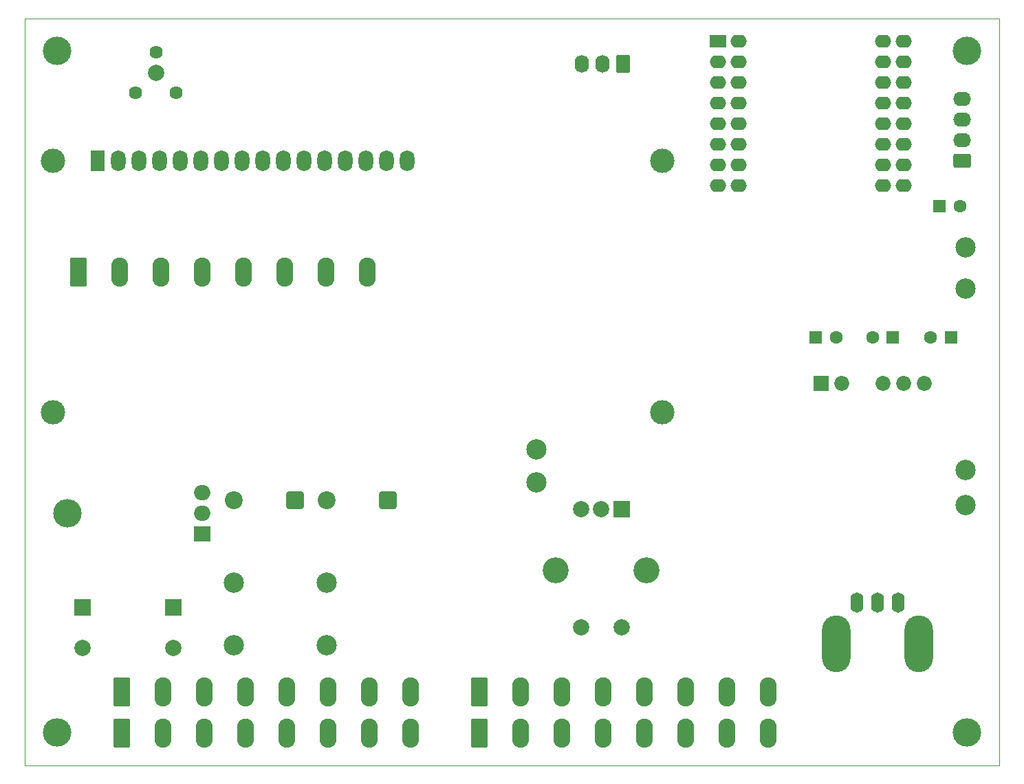
<source format=gbr>
%TF.GenerationSoftware,KiCad,Pcbnew,7.0.7*%
%TF.CreationDate,2025-07-01T12:31:18-10:00*%
%TF.ProjectId,Controller,436f6e74-726f-46c6-9c65-722e6b696361,New*%
%TF.SameCoordinates,Original*%
%TF.FileFunction,Soldermask,Top*%
%TF.FilePolarity,Negative*%
%FSLAX46Y46*%
G04 Gerber Fmt 4.6, Leading zero omitted, Abs format (unit mm)*
G04 Created by KiCad (PCBNEW 7.0.7) date 2025-07-01 12:31:18*
%MOMM*%
%LPD*%
G01*
G04 APERTURE LIST*
G04 Aperture macros list*
%AMRoundRect*
0 Rectangle with rounded corners*
0 $1 Rounding radius*
0 $2 $3 $4 $5 $6 $7 $8 $9 X,Y pos of 4 corners*
0 Add a 4 corners polygon primitive as box body*
4,1,4,$2,$3,$4,$5,$6,$7,$8,$9,$2,$3,0*
0 Add four circle primitives for the rounded corners*
1,1,$1+$1,$2,$3*
1,1,$1+$1,$4,$5*
1,1,$1+$1,$6,$7*
1,1,$1+$1,$8,$9*
0 Add four rect primitives between the rounded corners*
20,1,$1+$1,$2,$3,$4,$5,0*
20,1,$1+$1,$4,$5,$6,$7,0*
20,1,$1+$1,$6,$7,$8,$9,0*
20,1,$1+$1,$8,$9,$2,$3,0*%
G04 Aperture macros list end*
%ADD10C,2.500000*%
%ADD11RoundRect,0.341000X-0.759000X0.759000X-0.759000X-0.759000X0.759000X-0.759000X0.759000X0.759000X0*%
%ADD12C,2.200000*%
%ADD13C,3.500000*%
%ADD14O,3.500000X3.500000*%
%ADD15R,2.000000X1.905000*%
%ADD16O,2.000000X1.905000*%
%ADD17O,1.600000X2.500000*%
%ADD18O,3.500000X7.000000*%
%ADD19RoundRect,0.249997X-0.790003X-1.550003X0.790003X-1.550003X0.790003X1.550003X-0.790003X1.550003X0*%
%ADD20O,2.080000X3.600000*%
%ADD21C,3.000000*%
%ADD22R,1.800000X2.600000*%
%ADD23O,1.800000X2.600000*%
%ADD24R,1.600000X1.600000*%
%ADD25C,1.600000*%
%ADD26RoundRect,0.250000X0.620000X0.845000X-0.620000X0.845000X-0.620000X-0.845000X0.620000X-0.845000X0*%
%ADD27O,1.740000X2.190000*%
%ADD28RoundRect,0.250000X0.845000X-0.620000X0.845000X0.620000X-0.845000X0.620000X-0.845000X-0.620000X0*%
%ADD29O,2.190000X1.740000*%
%ADD30R,2.000000X2.000000*%
%ADD31C,2.000000*%
%ADD32R,1.850000X1.850000*%
%ADD33C,1.850000*%
%ADD34R,2.000000X1.600000*%
%ADD35O,2.000000X1.600000*%
%ADD36C,3.200000*%
%ADD37C,1.620000*%
%ADD38RoundRect,0.249999X-0.790001X-1.550001X0.790001X-1.550001X0.790001X1.550001X-0.790001X1.550001X0*%
%TA.AperFunction,Profile*%
%ADD39C,0.050000*%
%TD*%
G04 APERTURE END LIST*
D10*
%TO.C,TP4*%
X104648000Y-108712000D03*
%TD*%
%TO.C,TP1*%
X157480000Y-88900000D03*
%TD*%
%TO.C,TP3*%
X157480000Y-111252000D03*
%TD*%
%TO.C,TP5*%
X104648000Y-112776000D03*
%TD*%
%TO.C,TP0*%
X157480000Y-83820000D03*
%TD*%
D11*
%TO.C,K1*%
X74930000Y-114935000D03*
D10*
X67330000Y-125135000D03*
X67330000Y-132835000D03*
D12*
X67330000Y-114935000D03*
%TD*%
D11*
%TO.C,K2*%
X86360000Y-114935000D03*
D10*
X78760000Y-125135000D03*
X78760000Y-132835000D03*
D12*
X78760000Y-114935000D03*
%TD*%
D13*
%TO.C,H4*%
X45600000Y-143600000D03*
%TD*%
%TO.C,H3*%
X157600000Y-143600000D03*
%TD*%
%TO.C,H1*%
X45600000Y-59600000D03*
%TD*%
%TO.C,H2*%
X157600000Y-59600000D03*
%TD*%
D14*
%TO.C,U2*%
X46840000Y-116586000D03*
D15*
X63500000Y-119126000D03*
D16*
X63500000Y-116586000D03*
X63500000Y-114046000D03*
%TD*%
D17*
%TO.C,J3*%
X146600000Y-127600000D03*
D18*
X151680000Y-132680000D03*
D17*
X149140000Y-127600000D03*
X144060000Y-127600000D03*
D18*
X141520000Y-132680000D03*
%TD*%
D19*
%TO.C,J1*%
X53600000Y-138600000D03*
X53600000Y-143680000D03*
D20*
X58680000Y-138600000D03*
X58680000Y-143680000D03*
X63760000Y-138600000D03*
X63760000Y-143680000D03*
X68840000Y-138600000D03*
X68840000Y-143680000D03*
X73920000Y-138600000D03*
X73920000Y-143680000D03*
X79000000Y-138600000D03*
X79000000Y-143680000D03*
X84080000Y-138600000D03*
X84080000Y-143680000D03*
X89160000Y-138600000D03*
X89160000Y-143680000D03*
%TD*%
D19*
%TO.C,J2*%
X97600000Y-138600000D03*
X97600000Y-143680000D03*
D20*
X102680000Y-138600000D03*
X102680000Y-143680000D03*
X107760000Y-138600000D03*
X107760000Y-143680000D03*
X112840000Y-138600000D03*
X112840000Y-143680000D03*
X117920000Y-138600000D03*
X117920000Y-143680000D03*
X123000000Y-138600000D03*
X123000000Y-143680000D03*
X128080000Y-138600000D03*
X128080000Y-143680000D03*
X133160000Y-138600000D03*
X133160000Y-143680000D03*
%TD*%
D21*
%TO.C,DS1*%
X45100900Y-73100000D03*
X45100900Y-104100700D03*
X120099480Y-104100700D03*
X120100000Y-73100000D03*
D22*
X50600000Y-73100000D03*
D23*
X53140000Y-73100000D03*
X55680000Y-73100000D03*
X58220000Y-73100000D03*
X60760000Y-73100000D03*
X63300000Y-73100000D03*
X65840000Y-73100000D03*
X68380000Y-73100000D03*
X70920000Y-73100000D03*
X73460000Y-73100000D03*
X76000000Y-73100000D03*
X78540000Y-73100000D03*
X81080000Y-73100000D03*
X83620000Y-73100000D03*
X86160000Y-73100000D03*
X88700000Y-73100000D03*
%TD*%
D24*
%TO.C,C8*%
X155637113Y-94867000D03*
D25*
X153137113Y-94867000D03*
%TD*%
D26*
%TO.C,J6*%
X115316000Y-61194000D03*
D27*
X112776000Y-61194000D03*
X110236000Y-61194000D03*
%TD*%
D28*
%TO.C,J5*%
X156992000Y-73152000D03*
D29*
X156992000Y-70612000D03*
X156992000Y-68072000D03*
X156992000Y-65532000D03*
%TD*%
D30*
%TO.C,C2*%
X48768000Y-128188323D03*
D31*
X48768000Y-133188323D03*
%TD*%
D24*
%TO.C,C3*%
X154265621Y-78740000D03*
D25*
X156765621Y-78740000D03*
%TD*%
D32*
%TO.C,PS1*%
X139700000Y-100584000D03*
D33*
X142240000Y-100584000D03*
X147320000Y-100584000D03*
X149860000Y-100584000D03*
X152400000Y-100584000D03*
%TD*%
D24*
%TO.C,C7*%
X139025621Y-94867000D03*
D25*
X141525621Y-94867000D03*
%TD*%
D24*
%TO.C,C9*%
X148502380Y-94867000D03*
D25*
X146002380Y-94867000D03*
%TD*%
D30*
%TO.C,C1*%
X59944000Y-128188323D03*
D31*
X59944000Y-133188323D03*
%TD*%
D10*
%TO.C,TP2*%
X157480000Y-115570000D03*
%TD*%
D34*
%TO.C,U1*%
X127000000Y-58420000D03*
D35*
X127000000Y-60960000D03*
X127000000Y-63500000D03*
X127000000Y-66040000D03*
X127000000Y-68580000D03*
X127000000Y-71120000D03*
X127000000Y-73660000D03*
X127000000Y-76200000D03*
X149860000Y-76200000D03*
X149860000Y-73660000D03*
X149860000Y-71120000D03*
X149860000Y-68580000D03*
X149860000Y-66040000D03*
X149860000Y-63500000D03*
X149860000Y-60960000D03*
X149860000Y-58420000D03*
X129540000Y-58420000D03*
X129540000Y-60960000D03*
X129540000Y-63500000D03*
X129540000Y-66040000D03*
X129540000Y-68580000D03*
X129540000Y-71120000D03*
X129540000Y-73660000D03*
X129540000Y-76200000D03*
X147320000Y-76200000D03*
X147320000Y-73660000D03*
X147320000Y-71120000D03*
X147320000Y-68580000D03*
X147320000Y-66040000D03*
X147320000Y-63500000D03*
X147320000Y-60960000D03*
X147320000Y-58420000D03*
%TD*%
D30*
%TO.C,S1*%
X115100000Y-116100000D03*
D31*
X110100000Y-116100000D03*
X112600000Y-116100000D03*
D36*
X118200000Y-123600000D03*
X107000000Y-123600000D03*
D31*
X110100000Y-130600000D03*
X115100000Y-130600000D03*
%TD*%
%TO.C,R51*%
X57785000Y-62270000D03*
D37*
X60285000Y-64770000D03*
X57785000Y-59770000D03*
X55285000Y-64770000D03*
%TD*%
D38*
%TO.C,J4*%
X48260000Y-86868000D03*
D20*
X53340000Y-86868000D03*
X58420000Y-86868000D03*
X63500000Y-86868000D03*
X68580000Y-86868000D03*
X73660000Y-86868000D03*
X78740000Y-86868000D03*
X83820000Y-86868000D03*
%TD*%
D39*
X161600000Y-147600000D02*
X41600000Y-147600000D01*
X41600000Y-147600000D02*
X41600000Y-55600000D01*
X41600000Y-55600000D02*
X161600000Y-55600000D01*
X161600000Y-55600000D02*
X161600000Y-147600000D01*
M02*

</source>
